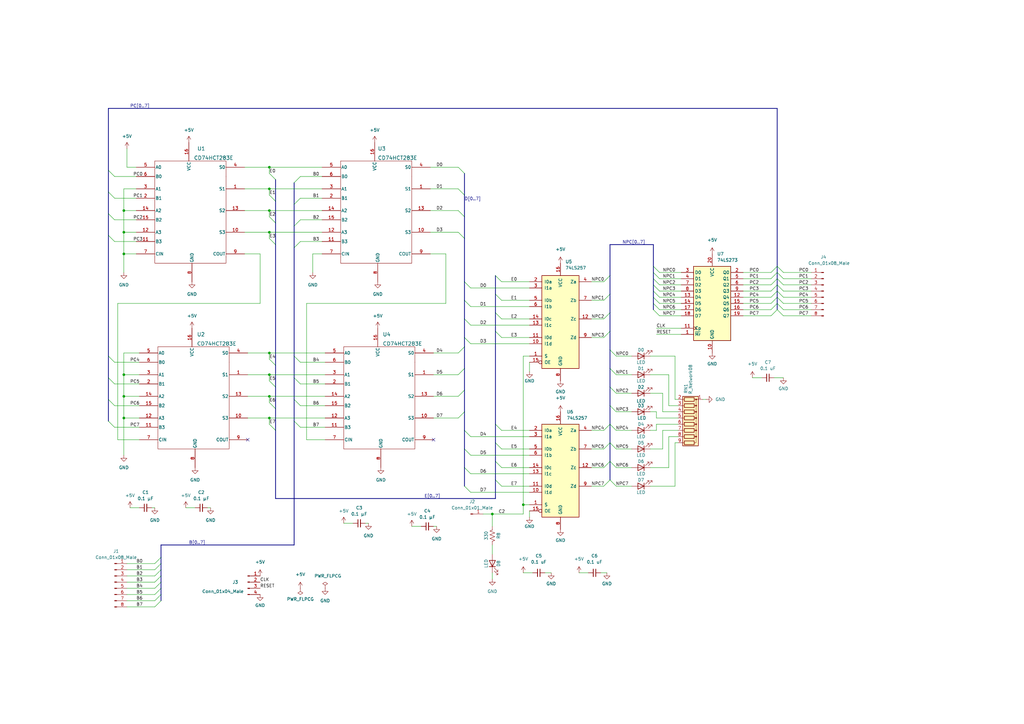
<source format=kicad_sch>
(kicad_sch (version 20211123) (generator eeschema)
  (paper "A3")
  (title_block (title "i281e Program Counter") (date "2024-05-04") (rev "C") (company "i281e Development Group") (comment 1 "Licensed under CERN-OHL-P v2") (comment 2 "Copyright i281e Development Group 2024"))
  (lib_symbols
    (symbol "74xx:74LS257" (pin_names (offset 1.016))
      (property "Reference" "U" (at -7.62 19.05 0))
      (property "Value" "74LS257" (at -7.62 -21.59 0))
      (symbol "74LS257_1_0"
        (pin input line (at -12.7 -15.24 0) (length 5.08) (name "S") (number "1"))
        (pin input line (at -12.7 -10.16 0) (length 5.08) (name "I1d") (number "10"))
        (pin input line (at -12.7 -7.62 0) (length 5.08) (name "I0d") (number "11"))
        (pin tri_state line (at 12.7 0 180) (length 5.08) (name "Zc") (number "12"))
        (pin input line (at -12.7 -2.54 0) (length 5.08) (name "I1c") (number "13"))
        (pin input line (at -12.7 0 0) (length 5.08) (name "I0c") (number "14"))
        (pin input inverted (at -12.7 -17.78 0) (length 5.08) (name "OE") (number "15"))
        (pin power_in line (at 0 22.86 270) (length 5.08) (name "VCC") (number "16"))
        (pin input line (at -12.7 15.24 0) (length 5.08) (name "I0a") (number "2"))
        (pin input line (at -12.7 12.7 0) (length 5.08) (name "I1a") (number "3"))
        (pin tri_state line (at 12.7 15.24 180) (length 5.08) (name "Za") (number "4"))
        (pin input line (at -12.7 7.62 0) (length 5.08) (name "I0b") (number "5"))
        (pin input line (at -12.7 5.08 0) (length 5.08) (name "I1b") (number "6"))
        (pin tri_state line (at 12.7 7.62 180) (length 5.08) (name "Zb") (number "7"))
        (pin power_in line (at 0 -25.4 90) (length 5.08) (name "GND") (number "8"))
        (pin tri_state line (at 12.7 -7.62 180) (length 5.08) (name "Zd") (number "9"))
      )
    )
    (symbol "74xx:74LS273"
      (property "Reference" "U" (at -7.62 16.51 0))
      (property "Value" "74LS273" (at -7.62 -16.51 0))
      (symbol "74LS273_1_0"
        (pin input line (at -12.7 -12.7 0) (length 5.08) (name "~{Mr}") (number "1"))
        (pin power_in line (at 0 -20.32 90) (length 5.08) (name "GND") (number "10"))
        (pin input clock (at -12.7 -10.16 0) (length 5.08) (name "Cp") (number "11"))
        (pin output line (at 12.7 2.54 180) (length 5.08) (name "Q4") (number "12"))
        (pin input line (at -12.7 2.54 0) (length 5.08) (name "D4") (number "13"))
        (pin input line (at -12.7 0 0) (length 5.08) (name "D5") (number "14"))
        (pin output line (at 12.7 0 180) (length 5.08) (name "Q5") (number "15"))
        (pin output line (at 12.7 -2.54 180) (length 5.08) (name "Q6") (number "16"))
        (pin input line (at -12.7 -2.54 0) (length 5.08) (name "D6") (number "17"))
        (pin input line (at -12.7 -5.08 0) (length 5.08) (name "D7") (number "18"))
        (pin output line (at 12.7 -5.08 180) (length 5.08) (name "Q7") (number "19"))
        (pin output line (at 12.7 12.7 180) (length 5.08) (name "Q0") (number "2"))
        (pin power_in line (at 0 20.32 270) (length 5.08) (name "VCC") (number "20"))
        (pin input line (at -12.7 12.7 0) (length 5.08) (name "D0") (number "3"))
        (pin input line (at -12.7 10.16 0) (length 5.08) (name "D1") (number "4"))
        (pin output line (at 12.7 10.16 180) (length 5.08) (name "Q1") (number "5"))
        (pin output line (at 12.7 7.62 180) (length 5.08) (name "Q2") (number "6"))
        (pin input line (at -12.7 7.62 0) (length 5.08) (name "D2") (number "7"))
        (pin input line (at -12.7 5.08 0) (length 5.08) (name "D3") (number "8"))
        (pin output line (at 12.7 5.08 180) (length 5.08) (name "Q3") (number "9"))
      )
    )
    (symbol "CD74HCT283E_1" (pin_names (offset 0.254))
      (property "Reference" "U2" (at 36.3094 -1.27 0))
      (property "Value" "CD74HCT283E" (at 36.3094 -5.08 0))
      (symbol "CD74HCT283E_1_0_1"
        (pin output line (at 57.15 -17.78 180) (length 7.62) (name "S1") (number "1"))
        (pin output line (at 57.15 -35.56 180) (length 7.62) (name "S3") (number "10"))
        (pin input line (at 12.7 -39.37 0) (length 7.62) (name "B3") (number "11"))
        (pin input line (at 12.7 -35.56 0) (length 7.62) (name "A3") (number "12"))
        (pin output line (at 57.15 -26.67 180) (length 7.62) (name "S2") (number "13"))
        (pin input line (at 12.7 -26.67 0) (length 7.62) (name "A2") (number "14"))
        (pin input line (at 12.7 -30.48 0) (length 7.62) (name "B2") (number "15"))
        (pin power_in line (at 34.29 1.27 270) (length 7.62) (name "VCC") (number "16"))
        (pin input line (at 12.7 -21.59 0) (length 7.62) (name "B1") (number "2"))
        (pin input line (at 12.7 -17.78 0) (length 7.62) (name "A1") (number "3"))
        (pin output line (at 57.15 -8.89 180) (length 7.62) (name "S0") (number "4"))
        (pin input line (at 12.7 -8.89 0) (length 7.62) (name "A0") (number "5"))
        (pin input line (at 12.7 -12.7 0) (length 7.62) (name "B0") (number "6"))
        (pin input line (at 12.7 -44.45 0) (length 7.62) (name "CIN") (number "7"))
        (pin power_in line (at 35.56 -55.88 90) (length 7.62) (name "GND") (number "8"))
        (pin output line (at 57.15 -44.45 180) (length 7.62) (name "COUT") (number "9"))
      )
    )
    (symbol "CD74HCT283E_2" (pin_names (offset 0.254))
      (property "Reference" "U1" (at 39.37 -1.27 0))
      (property "Value" "CD74HCT283E" (at 44.45 -5.08 0))
      (symbol "CD74HCT283E_2_0_1"
        (pin output line (at 57.15 -17.78 180) (length 7.62) (name "S1") (number "1"))
        (pin output line (at 57.15 -35.56 180) (length 7.62) (name "S3") (number "10"))
        (pin input line (at 12.7 -39.37 0) (length 7.62) (name "B3") (number "11"))
        (pin input line (at 12.7 -35.56 0) (length 7.62) (name "A3") (number "12"))
        (pin output line (at 57.15 -26.67 180) (length 7.62) (name "S2") (number "13"))
        (pin input line (at 12.7 -26.67 0) (length 7.62) (name "A2") (number "14"))
        (pin input line (at 12.7 -30.48 0) (length 7.62) (name "B2") (number "15"))
        (pin power_in line (at 34.29 1.27 270) (length 7.62) (name "VCC") (number "16"))
        (pin input line (at 12.7 -21.59 0) (length 7.62) (name "B1") (number "2"))
        (pin input line (at 12.7 -17.78 0) (length 7.62) (name "A1") (number "3"))
        (pin output line (at 57.15 -8.89 180) (length 7.62) (name "S0") (number "4"))
        (pin input line (at 12.7 -8.89 0) (length 7.62) (name "A0") (number "5"))
        (pin input line (at 12.7 -12.7 0) (length 7.62) (name "B0") (number "6"))
        (pin input line (at 12.7 -44.45 0) (length 7.62) (name "CIN") (number "7"))
        (pin power_in line (at 35.56 -55.88 90) (length 7.62) (name "GND") (number "8"))
        (pin output line (at 57.15 -44.45 180) (length 7.62) (name "COUT") (number "9"))
      )
    )
    (symbol "CD74HCT283E_3" (pin_names (offset 0.254))
      (property "Reference" "U3" (at 36.83 -1.27 0))
      (property "Value" "CD74HCT283E" (at 36.83 -5.08 0))
      (symbol "CD74HCT283E_3_0_1"
        (pin output line (at 58.42 -17.78 180) (length 7.62) (name "S1") (number "1"))
        (pin output line (at 58.42 -35.56 180) (length 7.62) (name "S3") (number "10"))
        (pin input line (at 13.97 -39.37 0) (length 7.62) (name "B3") (number "11"))
        (pin input line (at 13.97 -35.56 0) (length 7.62) (name "A3") (number "12"))
        (pin output line (at 58.42 -26.67 180) (length 7.62) (name "S2") (number "13"))
        (pin input line (at 13.97 -26.67 0) (length 7.62) (name "A2") (number "14"))
        (pin input line (at 13.97 -30.48 0) (length 7.62) (name "B2") (number "15"))
        (pin power_in line (at 35.56 1.27 270) (length 7.62) (name "VCC") (number "16"))
        (pin input line (at 13.97 -21.59 0) (length 7.62) (name "B1") (number "2"))
        (pin input line (at 13.97 -17.78 0) (length 7.62) (name "A1") (number "3"))
        (pin output line (at 58.42 -8.89 180) (length 7.62) (name "S0") (number "4"))
        (pin input line (at 13.97 -8.89 0) (length 7.62) (name "A0") (number "5"))
        (pin input line (at 13.97 -12.7 0) (length 7.62) (name "B0") (number "6"))
        (pin input line (at 13.97 -44.45 0) (length 7.62) (name "CIN") (number "7"))
        (pin power_in line (at 36.83 -55.88 90) (length 7.62) (name "GND") (number "8"))
        (pin output line (at 58.42 -44.45 180) (length 7.62) (name "COUT") (number "9"))
      )
    )
    (symbol "Connector:Conn_01x01_Male" (pin_names (offset 1.016) hide)
      (property "Reference" "J" (at 0 2.54 0))
      (property "Value" "Conn_01x01_Male" (at 0 -2.54 0))
      (symbol "Conn_01x01_Male_1_1"
        (pin passive line (at 5.08 0 180) (length 3.81) (name "Pin_1") (number "1"))
      )
    )
    (symbol "Connector:Conn_01x04_Male" (pin_names (offset 1.016) hide)
      (property "Reference" "J" (at 0 5.08 0))
      (property "Value" "Conn_01x04_Male" (at 0 -7.62 0))
      (symbol "Conn_01x04_Male_1_1"
        (pin passive line (at 5.08 2.54 180) (length 3.81) (name "Pin_1") (number "1"))
        (pin passive line (at 5.08 0 180) (length 3.81) (name "Pin_2") (number "2"))
        (pin passive line (at 5.08 -2.54 180) (length 3.81) (name "Pin_3") (number "3"))
        (pin passive line (at 5.08 -5.08 180) (length 3.81) (name "Pin_4") (number "4"))
      )
    )
    (symbol "Connector:Conn_01x08_Male" (pin_names (offset 1.016) hide)
      (property "Reference" "J" (at 0 10.16 0))
      (property "Value" "Conn_01x08_Male" (at 0 -12.7 0))
      (symbol "Conn_01x08_Male_1_1"
        (pin passive line (at 5.08 7.62 180) (length 3.81) (name "Pin_1") (number "1"))
        (pin passive line (at 5.08 5.08 180) (length 3.81) (name "Pin_2") (number "2"))
        (pin passive line (at 5.08 2.54 180) (length 3.81) (name "Pin_3") (number "3"))
        (pin passive line (at 5.08 0 180) (length 3.81) (name "Pin_4") (number "4"))
        (pin passive line (at 5.08 -2.54 180) (length 3.81) (name "Pin_5") (number "5"))
        (pin passive line (at 5.08 -5.08 180) (length 3.81) (name "Pin_6") (number "6"))
        (pin passive line (at 5.08 -7.62 180) (length 3.81) (name "Pin_7") (number "7"))
        (pin passive line (at 5.08 -10.16 180) (length 3.81) (name "Pin_8") (number "8"))
      )
    )
    (symbol "Device:C_Small" (pin_numbers hide) (pin_names (offset 0.254) hide)
      (property "Reference" "C" (at 0.254 1.778 0))
      (property "Value" "C_Small" (at 0.254 -2.032 0))
      (symbol "C_Small_1_1"
        (pin passive line (at 0 2.54 270) (length 2.032) (name "~") (number "1"))
        (pin passive line (at 0 -2.54 90) (length 2.032) (name "~") (number "2"))
      )
    )
    (symbol "Device:LED" (pin_numbers hide) (pin_names (offset 1.016) hide)
      (property "Reference" "D" (at 0 2.54 0))
      (property "Value" "LED" (at 0 -2.54 0))
      (symbol "LED_1_1"
        (pin passive line (at -3.81 0 0) (length 2.54) (name "K") (number "1"))
        (pin passive line (at 3.81 0 180) (length 2.54) (name "A") (number "2"))
      )
    )
    (symbol "Device:R_Network08" (pin_names (offset 0) hide)
      (property "Reference" "RN" (at -12.7 0 90))
      (property "Value" "R_Network08" (at 10.16 0 90))
      (symbol "R_Network08_1_1"
        (pin passive line (at -10.16 5.08 270) (length 2.54) (name "common") (number "1"))
        (pin passive line (at -10.16 -5.08 90) (length 1.27) (name "R1") (number "2"))
        (pin passive line (at -7.62 -5.08 90) (length 1.27) (name "R2") (number "3"))
        (pin passive line (at -5.08 -5.08 90) (length 1.27) (name "R3") (number "4"))
        (pin passive line (at -2.54 -5.08 90) (length 1.27) (name "R4") (number "5"))
        (pin passive line (at 0 -5.08 90) (length 1.27) (name "R5") (number "6"))
        (pin passive line (at 2.54 -5.08 90) (length 1.27) (name "R6") (number "7"))
        (pin passive line (at 5.08 -5.08 90) (length 1.27) (name "R7") (number "8"))
        (pin passive line (at 7.62 -5.08 90) (length 1.27) (name "R8") (number "9"))
      )
    )
    (symbol "Device:R_US" (pin_numbers hide) (pin_names (offset 0))
      (property "Reference" "R" (at 2.54 0 90))
      (property "Value" "R_US" (at -2.54 0 90))
      (symbol "R_US_1_1"
        (pin passive line (at 0 3.81 270) (length 1.27) (name "~") (number "1"))
        (pin passive line (at 0 -3.81 90) (length 1.27) (name "~") (number "2"))
      )
    )
    (symbol "power:+5V" (power) (pin_names (offset 0))
      (property "Value" "+5V" (at 0 3.556 0))
      (symbol "+5V_1_1"
        (pin power_in line (at 0 0 90) (length 0) hide (name "+5V") (number "1"))
      )
    )
    (symbol "power:GND" (power) (pin_names (offset 0))
      (property "Value" "GND" (at 0 -3.81 0))
      (symbol "GND_1_1"
        (pin power_in line (at 0 0 270) (length 0) hide (name "GND") (number "1"))
      )
    )
    (symbol "power:PWR_FLAG" (power) (pin_numbers hide) (pin_names (offset 0) hide)
      (property "Value" "PWR_FLAG" (at 0 3.81 0))
      (symbol "PWR_FLAG_0_0"
        (pin power_out line (at 0 0 90) (length 0) (name "pwr") (number "1"))
      )
    )
  )
  (junction (at 110.49 77.47))
  (junction (at 110.49 144.78))
  (junction (at 50.8 171.45))
  (junction (at 50.8 162.56))
  (junction (at 110.49 86.36))
  (junction (at 110.49 68.58))
  (junction (at 50.8 95.25))
  (junction (at 110.49 95.25))
  (junction (at 50.8 86.36))
  (junction (at 201.93 210.82))
  (junction (at 110.49 162.56))
  (junction (at 110.49 171.45))
  (junction (at 50.8 104.14))
  (junction (at 50.8 153.67))
  (junction (at 110.49 153.67))
  (junction (at 214.63 207.01))
  (no_connect (at 101.6 180.34))
  (no_connect (at 177.8 180.34))
  (bus_entry (at 66.04 228.6) (size -2.54 2.54))
  (bus_entry (at 250.19 158.75) (size 2.54 2.54))
  (bus_entry (at 66.04 241.3) (size -2.54 2.54))
  (bus_entry (at 250.19 196.85) (size -2.54 2.54))
  (bus_entry (at 318.77 109.22) (size -2.54 2.54))
  (bus_entry (at 203.2 196.85) (size 2.54 2.54))
  (bus_entry (at 250.19 189.23) (size -2.54 2.54))
  (bus_entry (at 203.2 120.65) (size 2.54 2.54))
  (bus_entry (at 190.5 199.39) (size 2.54 2.54))
  (bus_entry (at 110.49 88.9) (size 2.54 2.54))
  (bus_entry (at 66.04 243.84) (size -2.54 2.54))
  (bus_entry (at 187.96 86.36) (size 2.54 2.54))
  (bus_entry (at 120.65 146.05) (size 2.54 2.54))
  (bus_entry (at 250.19 128.27) (size -2.54 2.54))
  (bus_entry (at 318.77 111.76) (size 2.54 2.54))
  (bus_entry (at 318.77 109.22) (size 2.54 2.54))
  (bus_entry (at 203.2 181.61) (size 2.54 2.54))
  (bus_entry (at 123.19 72.39) (size -2.54 2.54))
  (bus_entry (at 187.96 95.25) (size 2.54 2.54))
  (bus_entry (at 318.77 116.84) (size -2.54 2.54))
  (bus_entry (at 250.19 173.99) (size 2.54 2.54))
  (bus_entry (at 318.77 121.92) (size 2.54 2.54))
  (bus_entry (at 203.2 128.27) (size 2.54 2.54))
  (bus_entry (at 318.77 114.3) (size -2.54 2.54))
  (bus_entry (at 120.65 163.83) (size 2.54 2.54))
  (bus_entry (at 190.5 184.15) (size 2.54 2.54))
  (bus_entry (at 110.49 80.01) (size 2.54 2.54))
  (bus_entry (at 187.96 68.58) (size 2.54 2.54))
  (bus_entry (at 267.97 127) (size 2.54 2.54))
  (bus_entry (at 318.77 124.46) (size -2.54 2.54))
  (bus_entry (at 110.49 156.21) (size 2.54 2.54))
  (bus_entry (at 203.2 113.03) (size 2.54 2.54))
  (bus_entry (at 123.19 99.06) (size -2.54 2.54))
  (bus_entry (at 190.5 191.77) (size 2.54 2.54))
  (bus_entry (at 66.04 246.38) (size -2.54 2.54))
  (bus_entry (at 267.97 121.92) (size 2.54 2.54))
  (bus_entry (at 250.19 173.99) (size -2.54 2.54))
  (bus_entry (at 250.19 189.23) (size 2.54 2.54))
  (bus_entry (at 267.97 119.38) (size 2.54 2.54))
  (bus_entry (at 44.45 154.94) (size 2.54 2.54))
  (bus_entry (at 318.77 116.84) (size 2.54 2.54))
  (bus_entry (at 267.97 111.76) (size 2.54 2.54))
  (bus_entry (at 44.45 96.52) (size 2.54 2.54))
  (bus_entry (at 190.5 123.19) (size 2.54 2.54))
  (bus_entry (at 44.45 87.63) (size 2.54 2.54))
  (bus_entry (at 190.5 176.53) (size 2.54 2.54))
  (bus_entry (at 110.49 97.79) (size 2.54 2.54))
  (bus_entry (at 44.45 146.05) (size 2.54 2.54))
  (bus_entry (at 123.19 90.17) (size -2.54 2.54))
  (bus_entry (at 318.77 127) (size -2.54 2.54))
  (bus_entry (at 66.04 238.76) (size -2.54 2.54))
  (bus_entry (at 203.2 135.89) (size 2.54 2.54))
  (bus_entry (at 267.97 124.46) (size 2.54 2.54))
  (bus_entry (at 250.19 166.37) (size 2.54 2.54))
  (bus_entry (at 267.97 116.84) (size 2.54 2.54))
  (bus_entry (at 120.65 154.94) (size 2.54 2.54))
  (bus_entry (at 250.19 196.85) (size 2.54 2.54))
  (bus_entry (at 190.5 151.13) (size -2.54 2.54))
  (bus_entry (at 66.04 233.68) (size -2.54 2.54))
  (bus_entry (at 190.5 160.02) (size -2.54 2.54))
  (bus_entry (at 318.77 119.38) (size 2.54 2.54))
  (bus_entry (at 250.19 143.51) (size 2.54 2.54))
  (bus_entry (at 110.49 165.1) (size 2.54 2.54))
  (bus_entry (at 120.65 172.72) (size 2.54 2.54))
  (bus_entry (at 187.96 77.47) (size 2.54 2.54))
  (bus_entry (at 44.45 69.85) (size 2.54 2.54))
  (bus_entry (at 110.49 147.32) (size 2.54 2.54))
  (bus_entry (at 190.5 142.24) (size -2.54 2.54))
  (bus_entry (at 318.77 121.92) (size -2.54 2.54))
  (bus_entry (at 203.2 189.23) (size 2.54 2.54))
  (bus_entry (at 318.77 114.3) (size 2.54 2.54))
  (bus_entry (at 250.19 151.13) (size 2.54 2.54))
  (bus_entry (at 44.45 172.72) (size 2.54 2.54))
  (bus_entry (at 123.19 81.28) (size -2.54 2.54))
  (bus_entry (at 203.2 173.99) (size 2.54 2.54))
  (bus_entry (at 318.77 124.46) (size 2.54 2.54))
  (bus_entry (at 318.77 111.76) (size -2.54 2.54))
  (bus_entry (at 110.49 173.99) (size 2.54 2.54))
  (bus_entry (at 267.97 109.22) (size 2.54 2.54))
  (bus_entry (at 44.45 163.83) (size 2.54 2.54))
  (bus_entry (at 190.5 130.81) (size 2.54 2.54))
  (bus_entry (at 267.97 114.3) (size 2.54 2.54))
  (bus_entry (at 190.5 115.57) (size 2.54 2.54))
  (bus_entry (at 250.19 135.89) (size -2.54 2.54))
  (bus_entry (at 250.19 113.03) (size -2.54 2.54))
  (bus_entry (at 250.19 181.61) (size -2.54 2.54))
  (bus_entry (at 250.19 181.61) (size 2.54 2.54))
  (bus_entry (at 190.5 138.43) (size 2.54 2.54))
  (bus_entry (at 190.5 168.91) (size -2.54 2.54))
  (bus_entry (at 318.77 119.38) (size -2.54 2.54))
  (bus_entry (at 250.19 120.65) (size -2.54 2.54))
  (bus_entry (at 66.04 236.22) (size -2.54 2.54))
  (bus_entry (at 66.04 231.14) (size -2.54 2.54))
  (bus_entry (at 44.45 78.74) (size 2.54 2.54))
  (bus_entry (at 110.49 71.12) (size 2.54 2.54))
  (bus_entry (at 318.77 127) (size 2.54 2.54))
  (wire (pts (xy 223.52 234.95) (xy 226.06 234.95)))
  (bus (pts (xy 120.65 146.05) (xy 120.65 154.94)))
  (wire (pts (xy 176.53 86.36) (xy 187.96 86.36)))
  (bus (pts (xy 44.45 146.05) (xy 44.45 154.94)))
  (wire (pts (xy 85.09 208.28) (xy 86.36 208.28)))
  (wire (pts (xy 193.04 194.31) (xy 217.17 194.31)))
  (wire (pts (xy 177.8 153.67) (xy 187.96 153.67)))
  (wire (pts (xy 177.8 162.56) (xy 187.96 162.56)))
  (bus (pts (xy 267.97 111.76) (xy 267.97 114.3)))
  (wire (pts (xy 271.78 184.15) (xy 271.78 176.53)))
  (wire (pts (xy 52.07 246.38) (xy 63.5 246.38)))
  (wire (pts (xy 177.8 144.78) (xy 187.96 144.78)))
  (wire (pts (xy 193.04 140.97) (xy 217.17 140.97)))
  (wire (pts (xy 50.8 104.14) (xy 50.8 111.76)))
  (bus (pts (xy 113.03 167.64) (xy 113.03 176.53)))
  (wire (pts (xy 110.49 68.58) (xy 110.49 71.12)))
  (bus (pts (xy 190.5 168.91) (xy 190.5 176.53)))
  (wire (pts (xy 269.24 134.62) (xy 279.4 134.62)))
  (bus (pts (xy 120.65 101.6) (xy 120.65 146.05)))
  (wire (pts (xy 217.17 148.59) (xy 217.17 152.4)))
  (bus (pts (xy 267.97 100.33) (xy 267.97 109.22)))
  (wire (pts (xy 125.73 124.46) (xy 125.73 180.34)))
  (wire (pts (xy 52.07 236.22) (xy 63.5 236.22)))
  (wire (pts (xy 50.8 95.25) (xy 50.8 104.14)))
  (wire (pts (xy 270.51 121.92) (xy 279.4 121.92)))
  (wire (pts (xy 214.63 207.01) (xy 214.63 210.82)))
  (wire (pts (xy 123.19 90.17) (xy 132.08 90.17)))
  (wire (pts (xy 271.78 168.91) (xy 278.13 168.91)))
  (wire (pts (xy 237.49 234.95) (xy 241.3 234.95)))
  (bus (pts (xy 250.19 100.33) (xy 267.97 100.33)))
  (wire (pts (xy 46.99 90.17) (xy 55.88 90.17)))
  (wire (pts (xy 205.74 199.39) (xy 217.17 199.39)))
  (wire (pts (xy 332.74 116.84) (xy 321.31 116.84)))
  (bus (pts (xy 66.04 231.14) (xy 66.04 233.68)))
  (wire (pts (xy 304.8 129.54) (xy 316.23 129.54)))
  (wire (pts (xy 48.26 124.46) (xy 48.26 180.34)))
  (bus (pts (xy 250.19 143.51) (xy 250.19 151.13)))
  (wire (pts (xy 201.93 210.82) (xy 201.93 215.9)))
  (bus (pts (xy 203.2 128.27) (xy 203.2 135.89)))
  (wire (pts (xy 259.08 153.67) (xy 252.73 153.67)))
  (wire (pts (xy 50.8 77.47) (xy 50.8 86.36)))
  (bus (pts (xy 190.5 138.43) (xy 190.5 142.24)))
  (wire (pts (xy 270.51 116.84) (xy 279.4 116.84)))
  (wire (pts (xy 317.5 154.94) (xy 321.31 154.94)))
  (wire (pts (xy 46.99 175.26) (xy 57.15 175.26)))
  (wire (pts (xy 50.8 104.14) (xy 55.88 104.14)))
  (bus (pts (xy 250.19 135.89) (xy 250.19 143.51)))
  (wire (pts (xy 55.88 77.47) (xy 50.8 77.47)))
  (bus (pts (xy 113.03 91.44) (xy 113.03 100.33)))
  (wire (pts (xy 149.86 214.63) (xy 151.13 214.63)))
  (wire (pts (xy 276.86 146.05) (xy 276.86 163.83)))
  (wire (pts (xy 50.8 162.56) (xy 57.15 162.56)))
  (wire (pts (xy 168.91 215.9) (xy 172.72 215.9)))
  (wire (pts (xy 110.49 171.45) (xy 133.35 171.45)))
  (wire (pts (xy 193.04 125.73) (xy 217.17 125.73)))
  (bus (pts (xy 190.5 176.53) (xy 190.5 184.15)))
  (bus (pts (xy 190.5 160.02) (xy 190.5 168.91)))
  (wire (pts (xy 123.19 72.39) (xy 132.08 72.39)))
  (wire (pts (xy 266.7 146.05) (xy 276.86 146.05)))
  (wire (pts (xy 110.49 153.67) (xy 133.35 153.67)))
  (wire (pts (xy 46.99 99.06) (xy 55.88 99.06)))
  (wire (pts (xy 332.74 127) (xy 321.31 127)))
  (bus (pts (xy 66.04 238.76) (xy 66.04 241.3)))
  (bus (pts (xy 267.97 119.38) (xy 267.97 121.92)))
  (wire (pts (xy 270.51 127) (xy 279.4 127)))
  (bus (pts (xy 318.77 119.38) (xy 318.77 121.92)))
  (wire (pts (xy 110.49 162.56) (xy 133.35 162.56)))
  (wire (pts (xy 271.78 176.53) (xy 278.13 176.53)))
  (bus (pts (xy 120.65 92.71) (xy 120.65 101.6)))
  (wire (pts (xy 46.99 81.28) (xy 55.88 81.28)))
  (bus (pts (xy 66.04 243.84) (xy 66.04 246.38)))
  (wire (pts (xy 101.6 162.56) (xy 110.49 162.56)))
  (wire (pts (xy 304.8 119.38) (xy 316.23 119.38)))
  (wire (pts (xy 52.07 238.76) (xy 63.5 238.76)))
  (wire (pts (xy 242.57 138.43) (xy 247.65 138.43)))
  (wire (pts (xy 214.63 146.05) (xy 214.63 207.01)))
  (wire (pts (xy 123.19 148.59) (xy 133.35 148.59)))
  (bus (pts (xy 44.45 87.63) (xy 44.45 96.52)))
  (wire (pts (xy 110.49 95.25) (xy 132.08 95.25)))
  (wire (pts (xy 193.04 133.35) (xy 217.17 133.35)))
  (bus (pts (xy 190.5 115.57) (xy 190.5 123.19)))
  (wire (pts (xy 266.7 168.91) (xy 269.24 168.91)))
  (wire (pts (xy 140.97 214.63) (xy 144.78 214.63)))
  (wire (pts (xy 332.74 114.3) (xy 321.31 114.3)))
  (wire (pts (xy 123.19 175.26) (xy 133.35 175.26)))
  (wire (pts (xy 332.74 121.92) (xy 321.31 121.92)))
  (wire (pts (xy 274.32 179.07) (xy 278.13 179.07)))
  (wire (pts (xy 205.74 138.43) (xy 217.17 138.43)))
  (wire (pts (xy 110.49 144.78) (xy 133.35 144.78)))
  (wire (pts (xy 106.68 124.46) (xy 48.26 124.46)))
  (wire (pts (xy 110.49 144.78) (xy 110.49 147.32)))
  (wire (pts (xy 276.86 181.61) (xy 278.13 181.61)))
  (bus (pts (xy 44.45 44.45) (xy 44.45 69.85)))
  (wire (pts (xy 252.73 184.15) (xy 259.08 184.15)))
  (wire (pts (xy 269.24 168.91) (xy 269.24 171.45)))
  (wire (pts (xy 269.24 137.16) (xy 279.4 137.16)))
  (wire (pts (xy 176.53 68.58) (xy 187.96 68.58)))
  (wire (pts (xy 57.15 144.78) (xy 50.8 144.78)))
  (wire (pts (xy 270.51 119.38) (xy 279.4 119.38)))
  (wire (pts (xy 50.8 171.45) (xy 50.8 186.69)))
  (wire (pts (xy 289.56 163.83) (xy 288.29 163.83)))
  (wire (pts (xy 270.51 111.76) (xy 279.4 111.76)))
  (bus (pts (xy 203.2 196.85) (xy 203.2 204.47)))
  (wire (pts (xy 205.74 115.57) (xy 217.17 115.57)))
  (bus (pts (xy 113.03 176.53) (xy 113.03 204.47)))
  (bus (pts (xy 120.65 172.72) (xy 120.65 223.52)))
  (bus (pts (xy 250.19 128.27) (xy 250.19 135.89)))
  (wire (pts (xy 193.04 179.07) (xy 217.17 179.07)))
  (bus (pts (xy 203.2 135.89) (xy 203.2 173.99)))
  (wire (pts (xy 52.07 248.92) (xy 63.5 248.92)))
  (bus (pts (xy 113.03 82.55) (xy 113.03 91.44)))
  (wire (pts (xy 242.57 123.19) (xy 247.65 123.19)))
  (wire (pts (xy 242.57 176.53) (xy 247.65 176.53)))
  (wire (pts (xy 259.08 146.05) (xy 252.73 146.05)))
  (wire (pts (xy 266.7 184.15) (xy 271.78 184.15)))
  (bus (pts (xy 203.2 181.61) (xy 203.2 189.23)))
  (wire (pts (xy 269.24 176.53) (xy 269.24 173.99)))
  (wire (pts (xy 100.33 86.36) (xy 110.49 86.36)))
  (bus (pts (xy 250.19 158.75) (xy 250.19 166.37)))
  (bus (pts (xy 66.04 236.22) (xy 66.04 233.68)))
  (wire (pts (xy 110.49 86.36) (xy 110.49 88.9)))
  (wire (pts (xy 100.33 68.58) (xy 110.49 68.58)))
  (bus (pts (xy 318.77 109.22) (xy 318.77 111.76)))
  (wire (pts (xy 176.53 77.47) (xy 187.96 77.47)))
  (wire (pts (xy 259.08 168.91) (xy 252.73 168.91)))
  (wire (pts (xy 182.88 104.14) (xy 182.88 124.46)))
  (wire (pts (xy 247.65 191.77) (xy 242.57 191.77)))
  (wire (pts (xy 270.51 124.46) (xy 279.4 124.46)))
  (bus (pts (xy 203.2 173.99) (xy 203.2 181.61)))
  (wire (pts (xy 252.73 161.29) (xy 259.08 161.29)))
  (bus (pts (xy 267.97 109.22) (xy 267.97 111.76)))
  (wire (pts (xy 266.7 153.67) (xy 274.32 153.67)))
  (bus (pts (xy 120.65 74.93) (xy 120.65 83.82)))
  (wire (pts (xy 110.49 77.47) (xy 110.49 80.01)))
  (wire (pts (xy 201.93 223.52) (xy 201.93 227.33)))
  (wire (pts (xy 46.99 166.37) (xy 57.15 166.37)))
  (bus (pts (xy 190.5 88.9) (xy 190.5 97.79)))
  (bus (pts (xy 66.04 236.22) (xy 66.04 238.76)))
  (wire (pts (xy 269.24 171.45) (xy 278.13 171.45)))
  (wire (pts (xy 304.8 116.84) (xy 316.23 116.84)))
  (bus (pts (xy 190.5 71.12) (xy 190.5 80.01)))
  (bus (pts (xy 267.97 116.84) (xy 267.97 119.38)))
  (bus (pts (xy 318.77 116.84) (xy 318.77 114.3)))
  (wire (pts (xy 125.73 180.34) (xy 133.35 180.34)))
  (wire (pts (xy 214.63 207.01) (xy 217.17 207.01)))
  (wire (pts (xy 266.7 161.29) (xy 271.78 161.29)))
  (bus (pts (xy 250.19 166.37) (xy 250.19 173.99)))
  (wire (pts (xy 246.38 234.95) (xy 248.92 234.95)))
  (wire (pts (xy 332.74 124.46) (xy 321.31 124.46)))
  (bus (pts (xy 250.19 189.23) (xy 250.19 196.85)))
  (wire (pts (xy 242.57 184.15) (xy 247.65 184.15)))
  (wire (pts (xy 274.32 191.77) (xy 274.32 179.07)))
  (wire (pts (xy 101.6 171.45) (xy 110.49 171.45)))
  (wire (pts (xy 50.8 162.56) (xy 50.8 171.45)))
  (wire (pts (xy 304.8 127) (xy 316.23 127)))
  (bus (pts (xy 318.77 109.22) (xy 318.77 44.45)))
  (bus (pts (xy 318.77 116.84) (xy 318.77 119.38)))
  (wire (pts (xy 52.07 233.68) (xy 63.5 233.68)))
  (bus (pts (xy 44.45 154.94) (xy 44.45 163.83)))
  (wire (pts (xy 100.33 77.47) (xy 110.49 77.47)))
  (wire (pts (xy 176.53 95.25) (xy 187.96 95.25)))
  (bus (pts (xy 203.2 189.23) (xy 203.2 196.85)))
  (bus (pts (xy 267.97 124.46) (xy 267.97 127)))
  (bus (pts (xy 190.5 130.81) (xy 190.5 138.43)))
  (bus (pts (xy 190.5 97.79) (xy 190.5 115.57)))
  (wire (pts (xy 110.49 86.36) (xy 132.08 86.36)))
  (wire (pts (xy 110.49 77.47) (xy 132.08 77.47)))
  (bus (pts (xy 250.19 100.33) (xy 250.19 113.03)))
  (wire (pts (xy 177.8 171.45) (xy 187.96 171.45)))
  (wire (pts (xy 110.49 95.25) (xy 110.49 97.79)))
  (wire (pts (xy 193.04 201.93) (xy 217.17 201.93)))
  (bus (pts (xy 203.2 113.03) (xy 203.2 120.65)))
  (wire (pts (xy 177.8 215.9) (xy 179.07 215.9)))
  (wire (pts (xy 217.17 146.05) (xy 214.63 146.05)))
  (wire (pts (xy 52.07 243.84) (xy 63.5 243.84)))
  (wire (pts (xy 46.99 157.48) (xy 57.15 157.48)))
  (wire (pts (xy 205.74 184.15) (xy 217.17 184.15)))
  (bus (pts (xy 190.5 142.24) (xy 190.5 151.13)))
  (bus (pts (xy 113.03 204.47) (xy 203.2 204.47)))
  (wire (pts (xy 308.61 154.94) (xy 312.42 154.94)))
  (wire (pts (xy 50.8 95.25) (xy 55.88 95.25)))
  (wire (pts (xy 46.99 148.59) (xy 57.15 148.59)))
  (bus (pts (xy 250.19 113.03) (xy 250.19 120.65)))
  (wire (pts (xy 270.51 114.3) (xy 279.4 114.3)))
  (wire (pts (xy 100.33 104.14) (xy 106.68 104.14)))
  (bus (pts (xy 44.45 96.52) (xy 44.45 146.05)))
  (wire (pts (xy 106.68 104.14) (xy 106.68 124.46)))
  (bus (pts (xy 190.5 191.77) (xy 190.5 199.39)))
  (bus (pts (xy 120.65 163.83) (xy 120.65 172.72)))
  (wire (pts (xy 132.08 104.14) (xy 128.27 104.14)))
  (bus (pts (xy 250.19 181.61) (xy 250.19 189.23)))
  (bus (pts (xy 250.19 151.13) (xy 250.19 158.75)))
  (bus (pts (xy 44.45 69.85) (xy 44.45 78.74)))
  (wire (pts (xy 242.57 115.57) (xy 247.65 115.57)))
  (bus (pts (xy 190.5 184.15) (xy 190.5 191.77)))
  (wire (pts (xy 101.6 153.67) (xy 110.49 153.67)))
  (wire (pts (xy 176.53 104.14) (xy 182.88 104.14)))
  (wire (pts (xy 62.23 208.28) (xy 63.5 208.28)))
  (wire (pts (xy 193.04 118.11) (xy 217.17 118.11)))
  (wire (pts (xy 55.88 68.58) (xy 52.07 68.58)))
  (wire (pts (xy 50.8 144.78) (xy 50.8 153.67)))
  (wire (pts (xy 50.8 171.45) (xy 57.15 171.45)))
  (wire (pts (xy 205.74 191.77) (xy 217.17 191.77)))
  (wire (pts (xy 252.73 176.53) (xy 259.08 176.53)))
  (bus (pts (xy 113.03 73.66) (xy 113.03 82.55)))
  (wire (pts (xy 110.49 171.45) (xy 110.49 173.99)))
  (wire (pts (xy 50.8 153.67) (xy 50.8 162.56)))
  (wire (pts (xy 46.99 72.39) (xy 55.88 72.39)))
  (bus (pts (xy 203.2 120.65) (xy 203.2 128.27)))
  (bus (pts (xy 250.19 173.99) (xy 250.19 181.61)))
  (wire (pts (xy 304.8 121.92) (xy 316.23 121.92)))
  (wire (pts (xy 304.8 114.3) (xy 316.23 114.3)))
  (bus (pts (xy 66.04 223.52) (xy 120.65 223.52)))
  (wire (pts (xy 214.63 234.95) (xy 218.44 234.95)))
  (bus (pts (xy 318.77 111.76) (xy 318.77 114.3)))
  (wire (pts (xy 271.78 161.29) (xy 271.78 168.91)))
  (wire (pts (xy 276.86 199.39) (xy 276.86 181.61)))
  (wire (pts (xy 50.8 86.36) (xy 55.88 86.36)))
  (wire (pts (xy 110.49 162.56) (xy 110.49 165.1)))
  (bus (pts (xy 66.04 228.6) (xy 66.04 231.14)))
  (bus (pts (xy 318.77 124.46) (xy 318.77 127)))
  (wire (pts (xy 52.07 241.3) (xy 63.5 241.3)))
  (wire (pts (xy 50.8 86.36) (xy 50.8 95.25)))
  (wire (pts (xy 332.74 111.76) (xy 321.31 111.76)))
  (wire (pts (xy 110.49 153.67) (xy 110.49 156.21)))
  (wire (pts (xy 270.51 129.54) (xy 279.4 129.54)))
  (bus (pts (xy 44.45 78.74) (xy 44.45 87.63)))
  (wire (pts (xy 276.86 163.83) (xy 278.13 163.83)))
  (wire (pts (xy 110.49 68.58) (xy 132.08 68.58)))
  (wire (pts (xy 304.8 111.76) (xy 316.23 111.76)))
  (wire (pts (xy 205.74 176.53) (xy 217.17 176.53)))
  (wire (pts (xy 205.74 123.19) (xy 217.17 123.19)))
  (wire (pts (xy 123.19 166.37) (xy 133.35 166.37)))
  (wire (pts (xy 201.93 210.82) (xy 214.63 210.82)))
  (wire (pts (xy 50.8 153.67) (xy 57.15 153.67)))
  (wire (pts (xy 332.74 129.54) (xy 321.31 129.54)))
  (wire (pts (xy 52.07 231.14) (xy 63.5 231.14)))
  (wire (pts (xy 259.08 199.39) (xy 252.73 199.39)))
  (bus (pts (xy 44.45 163.83) (xy 44.45 172.72)))
  (wire (pts (xy 332.74 119.38) (xy 321.31 119.38)))
  (wire (pts (xy 274.32 166.37) (xy 278.13 166.37)))
  (wire (pts (xy 205.74 130.81) (xy 217.17 130.81)))
  (wire (pts (xy 182.88 124.46) (xy 125.73 124.46)))
  (wire (pts (xy 123.19 81.28) (xy 132.08 81.28)))
  (wire (pts (xy 100.33 95.25) (xy 110.49 95.25)))
  (bus (pts (xy 267.97 114.3) (xy 267.97 116.84)))
  (wire (pts (xy 101.6 144.78) (xy 110.49 144.78)))
  (wire (pts (xy 193.04 186.69) (xy 217.17 186.69)))
  (wire (pts (xy 266.7 176.53) (xy 269.24 176.53)))
  (wire (pts (xy 123.19 157.48) (xy 133.35 157.48)))
  (wire (pts (xy 269.24 173.99) (xy 278.13 173.99)))
  (bus (pts (xy 113.03 100.33) (xy 113.03 149.86)))
  (wire (pts (xy 53.34 208.28) (xy 57.15 208.28)))
  (wire (pts (xy 76.2 208.28) (xy 80.01 208.28)))
  (wire (pts (xy 252.73 191.77) (xy 259.08 191.77)))
  (bus (pts (xy 190.5 123.19) (xy 190.5 130.81)))
  (wire (pts (xy 242.57 199.39) (xy 247.65 199.39)))
  (bus (pts (xy 120.65 83.82) (xy 120.65 92.71)))
  (wire (pts (xy 217.17 209.55) (xy 217.17 212.09)))
  (bus (pts (xy 44.45 44.45) (xy 318.77 44.45)))
  (wire (pts (xy 274.32 153.67) (xy 274.32 166.37)))
  (wire (pts (xy 57.15 180.34) (xy 48.26 180.34)))
  (bus (pts (xy 190.5 151.13) (xy 190.5 160.02)))
  (bus (pts (xy 120.65 154.94) (xy 120.65 163.83)))
  (wire (pts (xy 123.19 99.06) (xy 132.08 99.06)))
  (wire (pts (xy 201.93 234.95) (xy 201.93 237.49)))
  (wire (pts (xy 128.27 104.14) (xy 128.27 111.76)))
  (bus (pts (xy 113.03 158.75) (xy 113.03 167.64)))
  (bus (pts (xy 66.04 241.3) (xy 66.04 243.84)))
  (wire (pts (xy 242.57 130.81) (xy 247.65 130.81)))
  (wire (pts (xy 266.7 191.77) (xy 274.32 191.77)))
  (wire (pts (xy 266.7 199.39) (xy 276.86 199.39)))
  (wire (pts (xy 198.12 210.82) (xy 201.93 210.82)))
  (bus (pts (xy 190.5 80.01) (xy 190.5 88.9)))
  (bus (pts (xy 318.77 121.92) (xy 318.77 124.46)))
  (wire (pts (xy 52.07 68.58) (xy 52.07 60.96)))
  (bus (pts (xy 66.04 228.6) (xy 66.04 223.52)))
  (wire (pts (xy 304.8 124.46) (xy 316.23 124.46)))
  (bus (pts (xy 267.97 121.92) (xy 267.97 124.46)))
  (bus (pts (xy 113.03 149.86) (xy 113.03 158.75)))
  (bus (pts (xy 250.19 120.65) (xy 250.19 128.27)))
  (label "E6" (at 209.55 191.77 0))
  (label "NPC4" (at 271.78 121.92 0))
  (label "E3" (at 110.49 97.79 0))
  (label "NPC3" (at 257.81 168.91 180))
  (label "B1" (at 55.88 233.68 0))
  (label "B0" (at 55.88 231.14 0))
  (label "D0" (at 181.61 68.58 180))
  (label "D0" (at 196.85 118.11 0))
  (label "E5" (at 209.55 184.15 0))
  (label "NPC7" (at 242.57 199.39 0))
  (label "E[0..7]" (at 173.99 204.47 0))
  (label "D4" (at 196.85 179.07 0))
  (label "RESET" (at 269.24 137.16 0))
  (label "E2" (at 110.49 88.9 0))
  (label "B5" (at 55.88 243.84 0))
  (label "NPC1" (at 271.78 114.3 0))
  (label "PC1" (at 54.61 81.28 0))
  (label "D1" (at 196.85 125.73 0))
  (label "E5" (at 110.49 156.21 0))
  (label "C2" (at 204.47 210.82 0))
  (label "CLK" (at 269.24 134.62 0))
  (label "E0" (at 209.55 115.57 0))
  (label "NPC2" (at 271.78 116.84 0))
  (label "D1" (at 181.61 77.47 180))
  (label "B4" (at 55.88 241.3 0))
  (label "PC2" (at 327.66 116.84 0))
  (label "NPC6" (at 257.81 191.77 180))
  (label "D6" (at 181.61 162.56 180))
  (label "PC3" (at 54.61 99.06 0))
  (label "E3" (at 209.55 138.43 0))
  (label "NPC1" (at 257.81 153.67 180))
  (label "PC1" (at 327.66 114.3 0))
  (label "NPC6" (at 271.78 127 0))
  (label "NPC7" (at 271.78 129.54 0))
  (label "B6" (at 55.88 246.38 0))
  (label "PC7" (at 307.34 129.54 0))
  (label "D4" (at 181.61 144.78 180))
  (label "NPC5" (at 271.78 124.46 0))
  (label "B5" (at 128.27 157.48 0))
  (label "D2" (at 181.61 86.36 180))
  (label "D7" (at 196.85 201.93 0))
  (label "NPC[0..7]" (at 255.27 100.33 0))
  (label "RESET" (at 106.68 241.3 0))
  (label "NPC7" (at 257.81 199.39 180))
  (label "D6" (at 196.85 194.31 0))
  (label "PC[0..7]" (at 53.34 44.45 0))
  (label "PC4" (at 327.66 121.92 0))
  (label "PC0" (at 327.66 111.76 0))
  (label "E4" (at 110.49 147.32 0))
  (label "NPC0" (at 271.78 111.76 0))
  (label "NPC4" (at 242.57 176.53 0))
  (label "D3" (at 181.61 95.25 180))
  (label "NPC6" (at 242.57 191.77 0))
  (label "NPC3" (at 242.57 138.43 0))
  (label "E7" (at 110.49 173.99 0))
  (label "D5" (at 196.85 186.69 0))
  (label "B3" (at 55.88 238.76 0))
  (label "E1" (at 110.49 80.01 0))
  (label "B[0..7]" (at 77.47 223.52 0))
  (label "PC5" (at 53.34 157.48 0))
  (label "D[0..7]" (at 190.5 82.55 0))
  (label "PC3" (at 327.66 119.38 0))
  (label "B7" (at 55.88 248.92 0))
  (label "PC5" (at 327.66 124.46 0))
  (label "NPC1" (at 242.57 123.19 0))
  (label "B0" (at 128.27 72.39 0))
  (label "E6" (at 110.49 165.1 0))
  (label "E2" (at 209.55 130.81 0))
  (label "B1" (at 128.27 81.28 0))
  (label "B2" (at 55.88 236.22 0))
  (label "PC0" (at 54.61 72.39 0))
  (label "E0" (at 110.49 71.12 0))
  (label "PC2" (at 54.61 90.17 0))
  (label "D7" (at 181.61 171.45 180))
  (label "B3" (at 128.27 99.06 0))
  (label "NPC2" (at 257.81 161.29 180))
  (label "B4" (at 128.27 148.59 0))
  (label "CLK" (at 106.68 238.76 0))
  (label "NPC4" (at 257.81 176.53 180))
  (label "D3" (at 196.85 140.97 0))
  (label "NPC3" (at 271.78 119.38 0))
  (label "NPC0" (at 257.81 146.05 180))
  (label "PC7" (at 327.66 129.54 0))
  (label "PC6" (at 53.34 166.37 0))
  (label "D2" (at 196.85 133.35 0))
  (label "PC6" (at 327.66 127 0))
  (label "B7" (at 128.27 175.26 0))
  (label "PC3" (at 307.34 119.38 0))
  (label "PC4" (at 53.34 148.59 0))
  (label "E1" (at 209.55 123.19 0))
  (label "E4" (at 209.55 176.53 0))
  (label "PC6" (at 307.34 127 0))
  (label "E7" (at 209.55 199.39 0))
  (label "NPC5" (at 257.81 184.15 180))
  (label "NPC2" (at 242.57 130.81 0))
  (label "PC7" (at 53.34 175.26 0))
  (label "B2" (at 128.27 90.17 0))
  (label "PC1" (at 307.34 114.3 0))
  (label "PC2" (at 307.34 116.84 0))
  (label "D5" (at 181.61 153.67 180))
  (label "PC0" (at 307.34 111.76 0))
  (label "PC4" (at 307.34 121.92 0))
  (label "PC5" (at 307.34 124.46 0))
  (label "B6" (at 128.27 166.37 0))
  (label "NPC0" (at 242.57 115.57 0))
  (label "NPC5" (at 242.57 184.15 0))
  (symbol (lib_id "74xx:74LS273") (at 292.1 124.46 0) (unit 1)
    (property "Reference" "U7" (at 294.1194 104.14 0) (effects (justify left)))
    (property "Value" "74LS273" (at 294.1194 106.68 0) (effects (justify left)))
    (property "Footprint" "Package_DIP:DIP-20_W7.62mm" (effects hide))
    (property "Datasheet" "http://www.ti.com/lit/gpn/sn74LS273" (effects hide))
  )
  (symbol (lib_id "power:+5V") (at 106.68 236.22 0) (unit 1)
    (property "Reference" "#PWR0101" (effects hide))
    (property "Value" "+5V" (at 106.68 230.505 0))
  )
  (symbol (lib_id "power:+5V") (at 229.87 107.95 0) (unit 1)
    (property "Reference" "#PWR0104" (effects hide))
    (property "Value" "+5V" (at 229.87 102.235 0))
  )
  (symbol (lib_id "Device:C_Small") (at 82.55 208.28 90) (unit 1)
    (property "Reference" "C2" (at 82.5563 201.93 90))
    (property "Value" "0.1 µF" (at 82.5563 204.47 90))
    (property "Footprint" "Capacitor_THT:C_Disc_D5.0mm_W2.5mm_P5.00mm" (effects hide))
  )
  (symbol (lib_id "power:GND") (at 80.01 191.77 0) (unit 1)
    (property "Reference" "#PWR010" (effects hide))
    (property "Value" "GND" (at 80.01 196.85 0))
  )
  (symbol (lib_id "power:GND") (at 201.93 237.49 0) (mirror y) (unit 1)
    (property "Reference" "#PWR025" (effects hide))
    (property "Value" "GND" (at 201.93 242.57 0))
  )
  (symbol (lib_id "power:+5V") (at 237.49 234.95 0) (unit 1)
    (property "Reference" "#PWR029" (effects hide))
    (property "Value" "+5V" (at 237.49 229.235 0))
  )
  (symbol (lib_id "Device:LED") (at 262.89 199.39 180) (unit 1)
    (property "Reference" "D7" (at 262.89 196.85 0))
    (property "Value" "LED" (at 262.89 201.93 0))
    (property "Footprint" "LED_THT:LED_D5.0mm" (effects hide))
  )
  (symbol (lib_id "Connector:Conn_01x01_Male") (at 193.04 210.82 0) (unit 1)
    (property "Reference" "J2" (at 193.675 205.74 0))
    (property "Value" "Conn_01x01_Male" (at 193.675 208.28 0))
    (property "Footprint" "Connector_PinHeader_2.54mm:PinHeader_1x01_P2.54mm_Vertical" (effects hide))
  )
  (symbol (lib_name "CD74HCT283E_1") (lib_id "2023-10-27_22-10-53:CD74HCT283E") (at 44.45 135.89 0) (unit 1)
    (property "Reference" "U2" (at 80.7594 137.16 0) (effects (font (size 1.524 1.524)) (justify left)))
    (property "Value" "CD74HCT283E" (at 80.7594 140.97 0) (effects (font (size 1.524 1.524)) (justify left)))
    (property "Footprint" "Package_DIP:DIP-16_W7.62mm" (effects hide))
    (property "Datasheet" "CD74HCT283E" (effects hide))
  )
  (symbol (lib_id "power:+5V") (at 53.34 208.28 0) (unit 1)
    (property "Reference" "#PWR04" (effects hide))
    (property "Value" "+5V" (at 53.34 203.2 0))
  )
  (symbol (lib_id "Device:C_Small") (at 220.98 234.95 270) (unit 1)
    (property "Reference" "C5" (at 220.9736 227.965 90))
    (property "Value" "0.1 uF" (at 220.9736 230.505 90))
    (property "Footprint" "Capacitor_THT:C_Disc_D5.0mm_W2.5mm_P5.00mm" (effects hide))
  )
  (symbol (lib_name "CD74HCT283E_3") (lib_id "2023-10-27_22-10-53:CD74HCT283E") (at 118.11 59.69 0) (unit 1)
    (property "Reference" "U3" (at 154.94 60.96 0) (effects (font (size 1.524 1.524)) (justify left)))
    (property "Value" "CD74HCT283E" (at 154.94 64.77 0) (effects (font (size 1.524 1.524)) (justify left)))
    (property "Footprint" "Package_DIP:DIP-16_W7.62mm" (effects hide))
    (property "Datasheet" "CD74HCT283E" (effects hide))
  )
  (symbol (lib_id "power:GND") (at 226.06 234.95 0) (unit 1)
    (property "Reference" "#PWR024" (effects hide))
    (property "Value" "GND" (at 226.06 239.395 0))
  )
  (symbol (lib_id "power:+5V") (at 78.74 134.62 0) (unit 1)
    (property "Reference" "#PWR09" (effects hide))
    (property "Value" "+5V" (at 78.74 129.54 0))
  )
  (symbol (lib_id "Device:R_US") (at 201.93 219.71 0) (mirror x) (unit 1)
    (property "Reference" "R8" (at 204.47 219.71 90))
    (property "Value" "330" (at 199.39 219.71 90))
    (property "Footprint" "Resistor_THT:R_Axial_DIN0207_L6.3mm_D2.5mm_P7.62mm_Horizontal" (effects hide))
  )
  (symbol (lib_id "Device:C_Small") (at 175.26 215.9 90) (unit 1)
    (property "Reference" "C4" (at 175.2663 209.55 90))
    (property "Value" "0.1 µF" (at 175.2663 212.09 90))
    (property "Footprint" "Capacitor_THT:C_Disc_D5.0mm_W2.5mm_P5.00mm" (effects hide))
  )
  (symbol (lib_id "power:+5V") (at 140.97 214.63 0) (unit 1)
    (property "Reference" "#PWR013" (effects hide))
    (property "Value" "+5V" (at 140.97 209.55 0))
  )
  (symbol (lib_id "Device:C_Small") (at 243.84 234.95 270) (unit 1)
    (property "Reference" "C6" (at 243.8336 227.965 90))
    (property "Value" "0.1 uF" (at 243.8336 230.505 90))
    (property "Footprint" "Capacitor_THT:C_Disc_D5.0mm_W2.5mm_P5.00mm" (effects hide))
  )
  (symbol (lib_id "power:GND") (at 217.17 152.4 0) (unit 1)
    (property "Reference" "#PWR022" (effects hide))
    (property "Value" "GND" (at 217.17 156.21 0))
  )
  (symbol (lib_id "power:GND") (at 229.87 217.17 0) (unit 1)
    (property "Reference" "#PWR028" (effects hide))
    (property "Value" "GND" (at 229.87 221.615 0))
  )
  (symbol (lib_id "power:+5V") (at 168.91 215.9 0) (unit 1)
    (property "Reference" "#PWR019" (effects hide))
    (property "Value" "+5V" (at 168.91 210.82 0))
  )
  (symbol (lib_id "power:+5V") (at 153.67 58.42 0) (unit 1)
    (property "Reference" "#PWR015" (effects hide))
    (property "Value" "+5V" (at 153.67 53.34 0))
  )
  (symbol (lib_id "power:GND") (at 50.8 111.76 0) (unit 1)
    (property "Reference" "#PWR01" (effects hide))
    (property "Value" "GND" (at 50.8 116.84 0))
  )
  (symbol (lib_id "Device:LED") (at 262.89 161.29 180) (unit 1)
    (property "Reference" "D2" (at 262.89 158.75 0))
    (property "Value" "LED" (at 262.89 164.465 0))
    (property "Footprint" "LED_THT:LED_D5.0mm" (effects hide))
  )
  (symbol (lib_id "power:GND") (at 133.35 241.3 0) (unit 1)
    (property "Reference" "#PWR0107" (effects hide))
    (property "Value" "GND" (at 133.35 246.38 0))
  )
  (symbol (lib_id "Device:LED") (at 262.89 184.15 180) (unit 1)
    (property "Reference" "D5" (at 262.89 181.61 0))
    (property "Value" "LED" (at 262.89 186.69 0))
    (property "Footprint" "LED_THT:LED_D5.0mm" (effects hide))
  )
  (symbol (lib_id "Device:LED") (at 262.89 191.77 180) (unit 1)
    (property "Reference" "D6" (at 262.89 189.23 0))
    (property "Value" "LED" (at 262.89 194.31 0))
    (property "Footprint" "LED_THT:LED_D5.0mm" (effects hide))
  )
  (symbol (lib_id "Device:LED") (at 262.89 146.05 180) (unit 1)
    (property "Reference" "D0" (at 262.89 143.51 0))
    (property "Value" "LED" (at 262.89 148.59 0))
    (property "Footprint" "LED_THT:LED_D5.0mm" (effects hide))
  )
  (symbol (lib_id "74xx:74LS257") (at 229.87 130.81 0) (unit 1)
    (property "Reference" "U5" (at 231.8894 107.315 0) (effects (justify left)))
    (property "Value" "74LS257" (at 231.8894 109.855 0) (effects (justify left)))
    (property "Footprint" "Package_DIP:DIP-16_W7.62mm" (effects hide))
    (property "Datasheet" "http://www.ti.com/lit/gpn/sn74LS257" (effects hide))
  )
  (symbol (lib_id "power:GND") (at 151.13 214.63 0) (unit 1)
    (property "Reference" "#PWR014" (effects hide))
    (property "Value" "GND" (at 151.13 219.71 0))
  )
  (symbol (lib_id "power:+5V") (at 229.87 168.91 0) (unit 1)
    (property "Reference" "#PWR027" (effects hide))
    (property "Value" "+5V" (at 229.87 163.195 0))
  )
  (symbol (lib_id "power:GND") (at 154.94 115.57 0) (unit 1)
    (property "Reference" "#PWR016" (effects hide))
    (property "Value" "GND" (at 154.94 120.65 0))
  )
  (symbol (lib_id "power:PWR_FLAG") (at 123.19 241.3 180) (unit 1)
    (property "Reference" "#FLG0102" (effects hide))
    (property "Value" "PWR_FLPCG" (at 123.19 245.745 0))
  )
  (symbol (lib_id "power:+5V") (at 77.47 58.42 0) (unit 1)
    (property "Reference" "#PWR07" (effects hide))
    (property "Value" "+5V" (at 77.47 53.34 0))
  )
  (symbol (lib_id "power:GND") (at 128.27 111.76 0) (unit 1)
    (property "Reference" "#PWR012" (effects hide))
    (property "Value" "GND" (at 128.27 116.84 0))
  )
  (symbol (lib_id "power:+5V") (at 123.19 241.3 0) (unit 1)
    (property "Reference" "#PWR0106" (effects hide))
    (property "Value" "+5V" (at 123.19 235.585 0))
  )
  (symbol (lib_id "power:GND") (at 78.74 115.57 0) (unit 1)
    (property "Reference" "#PWR08" (effects hide))
    (property "Value" "GND" (at 78.74 120.65 0))
  )
  (symbol (lib_id "power:GND") (at 229.87 156.21 0) (unit 1)
    (property "Reference" "#PWR0103" (effects hide))
    (property "Value" "GND" (at 229.87 160.655 0))
  )
  (symbol (lib_id "power:GND") (at 321.31 154.94 0) (unit 1)
    (property "Reference" "#PWR042" (effects hide))
    (property "Value" "GND" (at 321.31 159.385 0))
  )
  (symbol (lib_id "power:+5V") (at 292.1 104.14 0) (unit 1)
    (property "Reference" "#PWR040" (effects hide))
    (property "Value" "+5V" (at 292.1 98.425 0))
  )
  (symbol (lib_id "power:+5V") (at 308.61 154.94 0) (unit 1)
    (property "Reference" "#PWR039" (effects hide))
    (property "Value" "+5V" (at 308.61 149.225 0))
  )
  (symbol (lib_id "Device:LED") (at 201.93 231.14 90) (unit 1)
    (property "Reference" "D8" (at 204.47 231.14 0))
    (property "Value" "LED" (at 199.39 231.14 0))
    (property "Footprint" "LED_THT:LED_D5.0mm" (effects hide))
  )
  (symbol (lib_id "Connector:Conn_01x08_Male") (at 337.82 119.38 0) (mirror y) (unit 1)
    (property "Reference" "J4" (at 336.55 105.41 0) (effects (justify right)))
    (property "Value" "Conn_01x08_Male" (at 331.47 107.95 0) (effects (justify right)))
    (property "Footprint" "Connector_PinHeader_2.54mm:PinHeader_1x08_P2.54mm_Vertical" (effects hide))
  )
  (symbol (lib_id "74xx:74LS257") (at 229.87 191.77 0) (unit 1)
    (property "Reference" "U6" (at 232.41 168.91 0) (effects (justify left)))
    (property "Value" "74LS257" (at 232.41 171.45 0) (effects (justify left)))
    (property "Footprint" "Package_DIP:DIP-16_W7.62mm" (effects hide))
    (property "Datasheet" "http://www.ti.com/lit/gpn/sn74LS257" (effects hide))
  )
  (symbol (lib_id "power:GND") (at 292.1 144.78 0) (unit 1)
    (property "Reference" "#PWR041" (effects hide))
    (property "Value" "GND" (at 292.1 149.225 0))
  )
  (symbol (lib_name "CD74HCT283E_1") (lib_id "2023-10-27_22-10-53:CD74HCT283E") (at 120.65 135.89 0) (unit 1)
    (property "Reference" "U4" (at 156.9594 137.16 0) (effects (font (size 1.524 1.524)) (justify left)))
    (property "Value" "CD74HCT283E" (at 156.9594 140.97 0) (effects (font (size 1.524 1.524)) (justify left)))
    (property "Footprint" "Package_DIP:DIP-16_W7.62mm" (effects hide))
    (property "Datasheet" "CD74HCT283E" (effects hide))
  )
  (symbol (lib_id "power:GND") (at 63.5 208.28 0) (unit 1)
    (property "Reference" "#PWR05" (effects hide))
    (property "Value" "GND" (at 63.5 213.36 0))
  )
  (symbol (lib_id "Device:LED") (at 262.89 176.53 180) (unit 1)
    (property "Reference" "D4" (at 262.89 173.99 0))
    (property "Value" "LED" (at 262.89 179.07 0))
    (property "Footprint" "LED_THT:LED_D5.0mm" (effects hide))
  )
  (symbol (lib_id "power:GND") (at 156.21 191.77 0) (unit 1)
    (property "Reference" "#PWR018" (effects hide))
    (property "Value" "GND" (at 156.21 196.85 0))
  )
  (symbol (lib_id "Device:R_Network08") (at 283.21 173.99 270) (unit 1)
    (property "Reference" "RN1" (at 281.305 159.385 0))
    (property "Value" "R_Network08" (at 283.21 155.575 0))
    (property "Footprint" "Resistor_THT:R_Array_SIP9" (effects hide))
    (property "Datasheet" "http://www.vishay.com/docs/31509/csc.pdf" (effects hide))
  )
  (symbol (lib_id "Device:LED") (at 262.89 153.67 180) (unit 1)
    (property "Reference" "D1" (at 262.89 151.13 0))
    (property "Value" "LED" (at 262.89 156.21 0))
    (property "Footprint" "LED_THT:LED_D5.0mm" (effects hide))
  )
  (symbol (lib_id "Device:C_Small") (at 59.69 208.28 90) (unit 1)
    (property "Reference" "C1" (at 59.6963 201.93 90))
    (property "Value" "0.1 µF" (at 59.6963 204.47 90))
    (property "Footprint" "Capacitor_THT:C_Disc_D5.0mm_W2.5mm_P5.00mm" (effects hide))
  )
  (symbol (lib_id "power:+5V") (at 76.2 208.28 0) (unit 1)
    (property "Reference" "#PWR06" (effects hide))
    (property "Value" "+5V" (at 76.2 203.2 0))
  )
  (symbol (lib_id "power:GND") (at 289.56 163.83 90) (unit 1)
    (property "Reference" "#PWR0105" (effects hide))
    (property "Value" "GND" (at 293.37 163.8299 90) (effects (justify right)))
  )
  (symbol (lib_id "Device:C_Small") (at 147.32 214.63 90) (unit 1)
    (property "Reference" "C3" (at 147.3263 208.28 90))
    (property "Value" "0.1 µF" (at 147.3263 210.82 90))
    (property "Footprint" "Capacitor_THT:C_Disc_D5.0mm_W2.5mm_P5.00mm" (effects hide))
  )
  (symbol (lib_id "Connector:Conn_01x04_Male") (at 101.6 238.76 0) (unit 1)
    (property "Reference" "J3" (at 96.52 238.76 0))
    (property "Value" "Conn_01x04_Male" (at 91.44 242.57 0))
    (property "Footprint" "Connector_PinHeader_2.54mm:PinHeader_1x04_P2.54mm_Vertical" (effects hide))
  )
  (symbol (lib_id "power:GND") (at 106.68 243.84 0) (unit 1)
    (property "Reference" "#PWR0102" (effects hide))
    (property "Value" "GND" (at 106.68 248.285 0))
  )
  (symbol (lib_id "power:GND") (at 50.8 186.69 0) (unit 1)
    (property "Reference" "#PWR02" (effects hide))
    (property "Value" "GND" (at 50.8 191.77 0))
  )
  (symbol (lib_id "power:PWR_FLAG") (at 133.35 241.3 0) (unit 1)
    (property "Reference" "#FLG0101" (effects hide))
    (property "Value" "PWR_FLPCG" (at 128.905 236.22 0) (effects (justify left)))
  )
  (symbol (lib_id "power:+5V") (at 52.07 60.96 0) (unit 1)
    (property "Reference" "#PWR03" (effects hide))
    (property "Value" "+5V" (at 52.07 55.88 0))
  )
  (symbol (lib_id "power:GND") (at 86.36 208.28 0) (unit 1)
    (property "Reference" "#PWR011" (effects hide))
    (property "Value" "GND" (at 86.36 213.36 0))
  )
  (symbol (lib_id "Device:LED") (at 262.89 168.91 180) (unit 1)
    (property "Reference" "D3" (at 262.89 166.37 0))
    (property "Value" "LED" (at 263.2075 171.45 0))
    (property "Footprint" "LED_THT:LED_D5.0mm" (effects hide))
  )
  (symbol (lib_id "Connector:Conn_01x08_Male") (at 46.99 238.76 0) (unit 1)
    (property "Reference" "J1" (at 47.625 226.06 0))
    (property "Value" "Conn_01x08_Male" (at 47.625 228.6 0))
    (property "Footprint" "Connector_PinHeader_2.54mm:PinHeader_1x08_P2.54mm_Vertical" (effects hide))
  )
  (symbol (lib_name "CD74HCT283E_2") (lib_id "2023-10-27_22-10-53:CD74HCT283E") (at 43.18 59.69 0) (unit 1)
    (property "Reference" "U1" (at 82.55 60.96 0) (effects (font (size 1.524 1.524))))
    (property "Value" "CD74HCT283E" (at 87.63 64.77 0) (effects (font (size 1.524 1.524))))
    (property "Footprint" "Package_DIP:DIP-16_W7.62mm" (effects hide))
    (property "Datasheet" "CD74HCT283E" (effects hide))
  )
  (symbol (lib_id "power:+5V") (at 214.63 234.95 0) (unit 1)
    (property "Reference" "#PWR021" (effects hide))
    (property "Value" "+5V" (at 214.63 229.235 0))
  )
  (symbol (lib_id "power:GND") (at 217.17 212.09 0) (unit 1)
    (property "Reference" "#PWR023" (effects hide))
    (property "Value" "GND" (at 217.17 215.9 0))
  )
  (symbol (lib_id "power:+5V") (at 154.94 134.62 0) (unit 1)
    (property "Reference" "#PWR017" (effects hide))
    (property "Value" "+5V" (at 154.94 129.54 0))
  )
  (symbol (lib_id "power:GND") (at 248.92 234.95 0) (unit 1)
    (property "Reference" "#PWR030" (effects hide))
    (property "Value" "GND" (at 248.92 239.395 0))
  )
  (symbol (lib_id "Device:C_Small") (at 314.96 154.94 270) (unit 1)
    (property "Reference" "C7" (at 314.9536 148.59 90))
    (property "Value" "0.1 uF" (at 314.9536 151.13 90))
    (property "Footprint" "Capacitor_THT:C_Disc_D5.0mm_W2.5mm_P5.00mm" (effects hide))
  )
  (symbol (lib_id "power:GND") (at 179.07 215.9 0) (unit 1)
    (property "Reference" "#PWR020" (effects hide))
    (property "Value" "GND" (at 179.07 220.98 0))
  )
)
</source>
